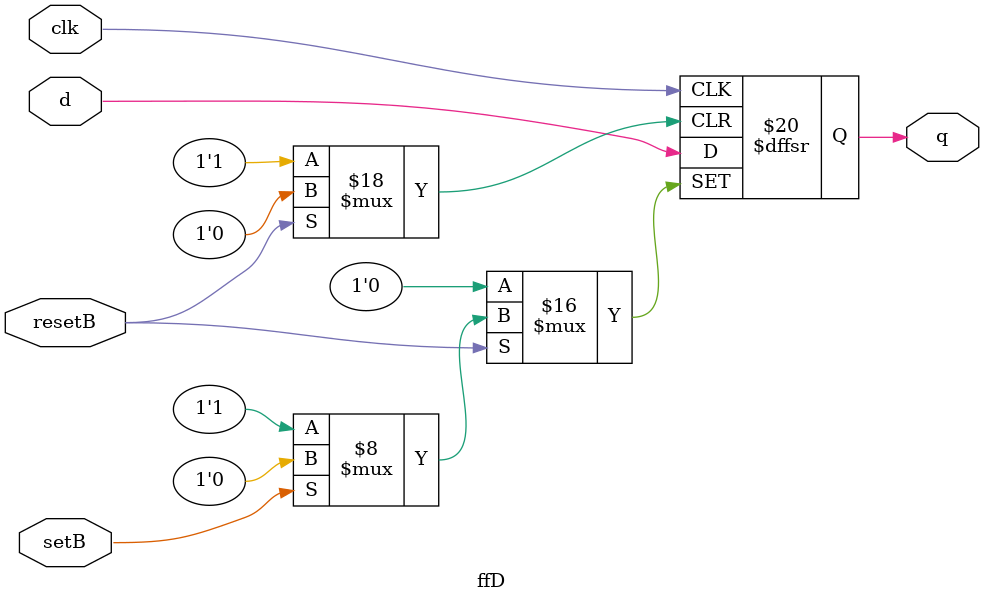
<source format=v>
module ffD (d, q, setB, resetB, clk);
  input d, setB, resetB, clk;
  output q;
  reg q;

  always @(negedge clk or negedge setB or negedge resetB)
    begin
      if (~setB)
        q = 1;
      else if (~resetB)
        q = 0;
      else
        q = d;
    end
endmodule

</source>
